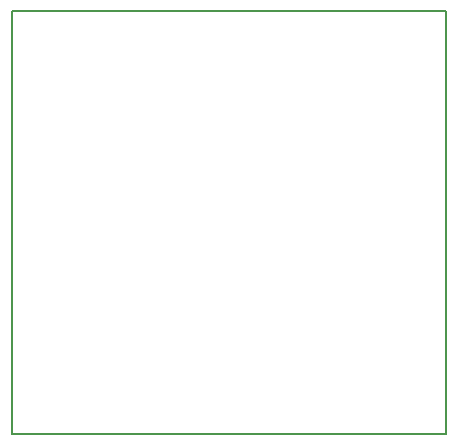
<source format=gm1>
G04 MADE WITH FRITZING*
G04 WWW.FRITZING.ORG*
G04 DOUBLE SIDED*
G04 HOLES PLATED*
G04 CONTOUR ON CENTER OF CONTOUR VECTOR*
%ASAXBY*%
%FSLAX23Y23*%
%MOIN*%
%OFA0B0*%
%SFA1.0B1.0*%
%ADD10R,1.455130X1.417710*%
%ADD11C,0.008000*%
%ADD10C,0.008*%
%LNCONTOUR*%
G90*
G70*
G54D10*
G54D11*
X11Y1406D02*
X1458Y1406D01*
X1458Y-3D01*
X11Y-3D01*
X11Y1406D01*
D02*
G04 End of contour*
M02*
</source>
